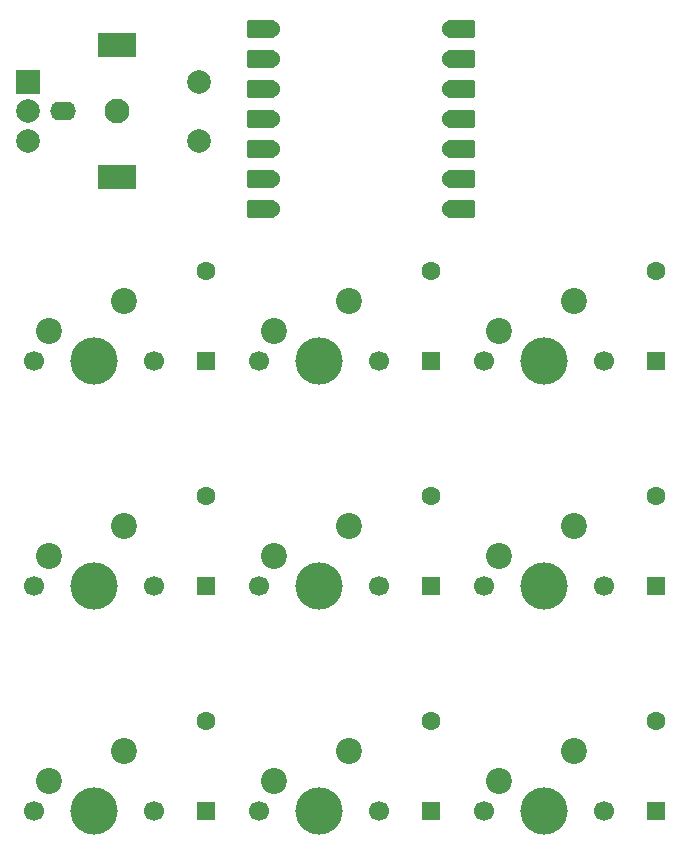
<source format=gbr>
%TF.GenerationSoftware,KiCad,Pcbnew,9.0.2*%
%TF.CreationDate,2025-06-04T18:15:27-04:00*%
%TF.ProjectId,HackpadAllan,4861636b-7061-4644-916c-6c616e2e6b69,rev?*%
%TF.SameCoordinates,Original*%
%TF.FileFunction,Soldermask,Bot*%
%TF.FilePolarity,Negative*%
%FSLAX46Y46*%
G04 Gerber Fmt 4.6, Leading zero omitted, Abs format (unit mm)*
G04 Created by KiCad (PCBNEW 9.0.2) date 2025-06-04 18:15:27*
%MOMM*%
%LPD*%
G01*
G04 APERTURE LIST*
G04 Aperture macros list*
%AMRoundRect*
0 Rectangle with rounded corners*
0 $1 Rounding radius*
0 $2 $3 $4 $5 $6 $7 $8 $9 X,Y pos of 4 corners*
0 Add a 4 corners polygon primitive as box body*
4,1,4,$2,$3,$4,$5,$6,$7,$8,$9,$2,$3,0*
0 Add four circle primitives for the rounded corners*
1,1,$1+$1,$2,$3*
1,1,$1+$1,$4,$5*
1,1,$1+$1,$6,$7*
1,1,$1+$1,$8,$9*
0 Add four rect primitives between the rounded corners*
20,1,$1+$1,$2,$3,$4,$5,0*
20,1,$1+$1,$4,$5,$6,$7,0*
20,1,$1+$1,$6,$7,$8,$9,0*
20,1,$1+$1,$8,$9,$2,$3,0*%
G04 Aperture macros list end*
%ADD10RoundRect,0.250000X0.550000X-0.550000X0.550000X0.550000X-0.550000X0.550000X-0.550000X-0.550000X0*%
%ADD11C,1.600000*%
%ADD12C,2.200000*%
%ADD13C,1.700000*%
%ADD14C,4.000000*%
%ADD15C,2.000000*%
%ADD16R,3.200000X2.000000*%
%ADD17R,2.000000X2.000000*%
%ADD18C,2.100000*%
%ADD19O,2.200000X1.600000*%
%ADD20RoundRect,0.152400X-1.063600X-0.609600X1.063600X-0.609600X1.063600X0.609600X-1.063600X0.609600X0*%
%ADD21C,1.524000*%
%ADD22RoundRect,0.152400X1.063600X0.609600X-1.063600X0.609600X-1.063600X-0.609600X1.063600X-0.609600X0*%
G04 APERTURE END LIST*
D10*
%TO.C,D9*%
X178575000Y-126100000D03*
D11*
X178575000Y-118480000D03*
%TD*%
D10*
%TO.C,D8*%
X159525000Y-126100000D03*
D11*
X159525000Y-118480000D03*
%TD*%
D10*
%TO.C,D7*%
X140475000Y-126100000D03*
D11*
X140475000Y-118480000D03*
%TD*%
D10*
%TO.C,D6*%
X178575000Y-107050000D03*
D11*
X178575000Y-99430000D03*
%TD*%
D10*
%TO.C,D5*%
X159525000Y-107050000D03*
D11*
X159525000Y-99430000D03*
%TD*%
D10*
%TO.C,D4*%
X140475000Y-107050000D03*
D11*
X140475000Y-99430000D03*
%TD*%
D10*
%TO.C,D3*%
X178575000Y-88000000D03*
D11*
X178575000Y-80380000D03*
%TD*%
D10*
%TO.C,D2*%
X159525000Y-88000000D03*
D11*
X159525000Y-80380000D03*
%TD*%
D10*
%TO.C,D1*%
X140475000Y-88000000D03*
D11*
X140475000Y-80380000D03*
%TD*%
D12*
%TO.C,SW1*%
X127140000Y-85460000D03*
X133490000Y-82920000D03*
D13*
X136030000Y-88000000D03*
D14*
X130950000Y-88000000D03*
D13*
X125870000Y-88000000D03*
%TD*%
D12*
%TO.C,SW2*%
X146190000Y-85460000D03*
X152540000Y-82920000D03*
D13*
X155080000Y-88000000D03*
D14*
X150000000Y-88000000D03*
D13*
X144920000Y-88000000D03*
%TD*%
D12*
%TO.C,SW3*%
X165240000Y-85460000D03*
X171590000Y-82920000D03*
D13*
X174130000Y-88000000D03*
D14*
X169050000Y-88000000D03*
D13*
X163970000Y-88000000D03*
%TD*%
D12*
%TO.C,SW4*%
X127140000Y-104510000D03*
X133490000Y-101970000D03*
D13*
X136030000Y-107050000D03*
D14*
X130950000Y-107050000D03*
D13*
X125870000Y-107050000D03*
%TD*%
D12*
%TO.C,SW5*%
X146190000Y-104510000D03*
X152540000Y-101970000D03*
D13*
X155080000Y-107050000D03*
D14*
X150000000Y-107050000D03*
D13*
X144920000Y-107050000D03*
%TD*%
D12*
%TO.C,SW6*%
X165240000Y-104510000D03*
X171590000Y-101970000D03*
D13*
X174130000Y-107050000D03*
D14*
X169050000Y-107050000D03*
D13*
X163970000Y-107050000D03*
%TD*%
D12*
%TO.C,SW7*%
X127140000Y-123560000D03*
X133490000Y-121020000D03*
D13*
X136030000Y-126100000D03*
D14*
X130950000Y-126100000D03*
D13*
X125870000Y-126100000D03*
%TD*%
D12*
%TO.C,SW8*%
X146190000Y-123560000D03*
X152540000Y-121020000D03*
D13*
X155080000Y-126100000D03*
D14*
X150000000Y-126100000D03*
D13*
X144920000Y-126100000D03*
%TD*%
D12*
%TO.C,SW9*%
X165240000Y-123560000D03*
X171590000Y-121020000D03*
D13*
X174130000Y-126100000D03*
D14*
X169050000Y-126100000D03*
D13*
X163970000Y-126100000D03*
%TD*%
D15*
%TO.C,SW10*%
X139893750Y-64350000D03*
X139893750Y-69350000D03*
D16*
X132893750Y-72450000D03*
X132893750Y-61250000D03*
D15*
X125393750Y-66850000D03*
X125393750Y-69350000D03*
D17*
X125393750Y-64350000D03*
D18*
X132893750Y-66850000D03*
D19*
X128393750Y-66850000D03*
%TD*%
D20*
%TO.C,U1*%
X162045000Y-59868500D03*
D21*
X161210000Y-59868500D03*
D20*
X162045000Y-62408500D03*
D21*
X161210000Y-62408500D03*
D20*
X162045000Y-64948500D03*
D21*
X161210000Y-64948500D03*
D20*
X162045000Y-67488500D03*
D21*
X161210000Y-67488500D03*
D20*
X162045000Y-70028500D03*
D21*
X161210000Y-70028500D03*
D20*
X162045000Y-72568500D03*
D21*
X161210000Y-72568500D03*
D20*
X162045000Y-75108500D03*
D21*
X161210000Y-75108500D03*
X145970000Y-75108500D03*
D22*
X145135000Y-75108500D03*
D21*
X145970000Y-72568500D03*
D22*
X145135000Y-72568500D03*
D21*
X145970000Y-70028500D03*
D22*
X145135000Y-70028500D03*
D21*
X145970000Y-67488500D03*
D22*
X145135000Y-67488500D03*
D21*
X145970000Y-64948500D03*
D22*
X145135000Y-64948500D03*
D21*
X145970000Y-62408500D03*
D22*
X145135000Y-62408500D03*
D21*
X145970000Y-59868500D03*
D22*
X145135000Y-59868500D03*
%TD*%
M02*

</source>
